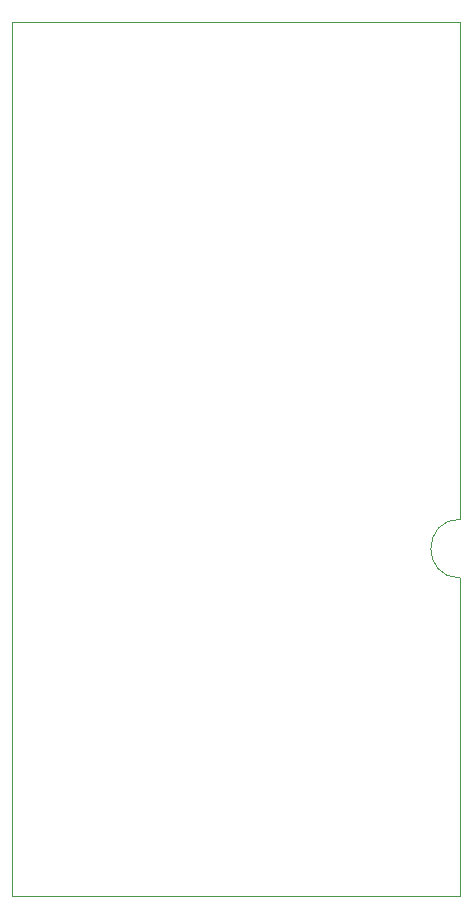
<source format=gbr>
%TF.GenerationSoftware,KiCad,Pcbnew,7.0.1-0*%
%TF.CreationDate,2024-02-14T11:54:32-05:00*%
%TF.ProjectId,Tympan_Rev_F,54796d70-616e-45f5-9265-765f462e6b69,rev?*%
%TF.SameCoordinates,Original*%
%TF.FileFunction,Profile,NP*%
%FSLAX46Y46*%
G04 Gerber Fmt 4.6, Leading zero omitted, Abs format (unit mm)*
G04 Created by KiCad (PCBNEW 7.0.1-0) date 2024-02-14 11:54:32*
%MOMM*%
%LPD*%
G01*
G04 APERTURE LIST*
%TA.AperFunction,Profile*%
%ADD10C,0.050000*%
%TD*%
G04 APERTURE END LIST*
D10*
X134400000Y-59200000D02*
X134400000Y-133200000D01*
X172400000Y-106300000D02*
X172400000Y-133200000D01*
X172400000Y-59200000D02*
X134400000Y-59200000D01*
X172400000Y-101300000D02*
G75*
G03*
X172400000Y-106300000I0J-2500000D01*
G01*
X172400000Y-101300000D02*
X172400000Y-59200000D01*
X134400000Y-133200000D02*
X172400000Y-133200000D01*
M02*

</source>
